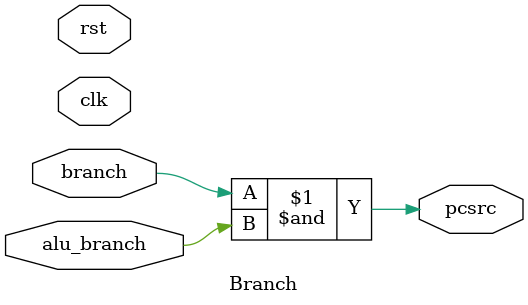
<source format=v>
`include "riscv_def.v"


module Branch (
    input  clk,
    input  rst,
    input  branch,
    input  alu_branch,
    output pcsrc
);

    assign pcsrc = branch & alu_branch;

endmodule

</source>
